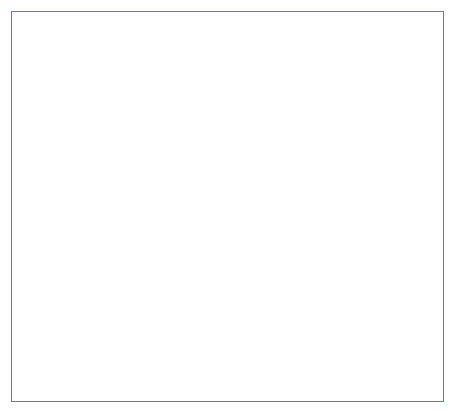
<source format=gbr>
%TF.GenerationSoftware,KiCad,Pcbnew,(6.0.9)*%
%TF.CreationDate,2023-01-19T14:06:51+07:00*%
%TF.ProjectId,LC_Sensor_THT,4c435f53-656e-4736-9f72-5f5448542e6b,rev?*%
%TF.SameCoordinates,PX40311b0PY586a470*%
%TF.FileFunction,Profile,NP*%
%FSLAX46Y46*%
G04 Gerber Fmt 4.6, Leading zero omitted, Abs format (unit mm)*
G04 Created by KiCad (PCBNEW (6.0.9)) date 2023-01-19 14:06:51*
%MOMM*%
%LPD*%
G01*
G04 APERTURE LIST*
%TA.AperFunction,Profile*%
%ADD10C,0.100000*%
%TD*%
G04 APERTURE END LIST*
D10*
X36500000Y33020000D02*
X36500000Y0D01*
X0Y0D02*
X0Y33020000D01*
X36500000Y0D02*
X0Y0D01*
X0Y33020000D02*
X36500000Y33020000D01*
M02*

</source>
